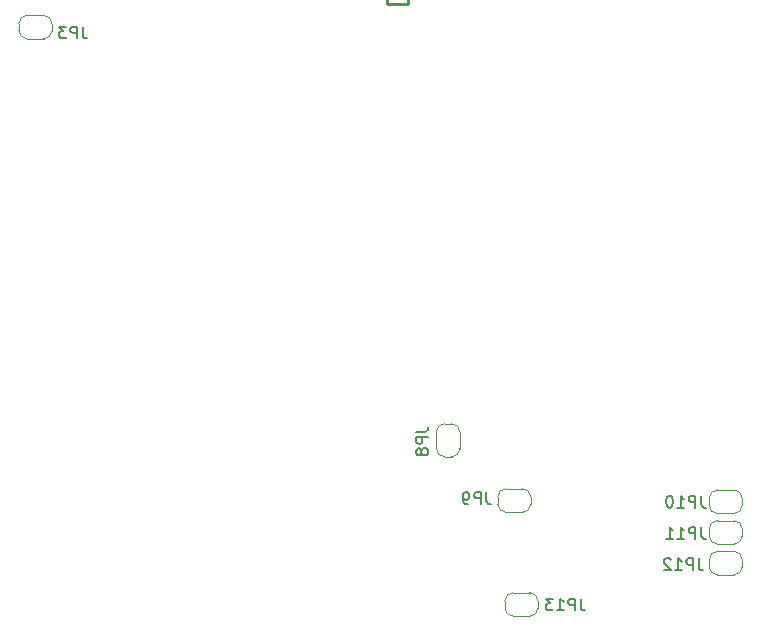
<source format=gbr>
%TF.GenerationSoftware,KiCad,Pcbnew,8.0.2*%
%TF.CreationDate,2024-05-27T22:06:41+01:00*%
%TF.ProjectId,StepUp,53746570-5570-42e6-9b69-6361645f7063,v1.0*%
%TF.SameCoordinates,Original*%
%TF.FileFunction,Legend,Bot*%
%TF.FilePolarity,Positive*%
%FSLAX46Y46*%
G04 Gerber Fmt 4.6, Leading zero omitted, Abs format (unit mm)*
G04 Created by KiCad (PCBNEW 8.0.2) date 2024-05-27 22:06:41*
%MOMM*%
%LPD*%
G01*
G04 APERTURE LIST*
G04 Aperture macros list*
%AMRoundRect*
0 Rectangle with rounded corners*
0 $1 Rounding radius*
0 $2 $3 $4 $5 $6 $7 $8 $9 X,Y pos of 4 corners*
0 Add a 4 corners polygon primitive as box body*
4,1,4,$2,$3,$4,$5,$6,$7,$8,$9,$2,$3,0*
0 Add four circle primitives for the rounded corners*
1,1,$1+$1,$2,$3*
1,1,$1+$1,$4,$5*
1,1,$1+$1,$6,$7*
1,1,$1+$1,$8,$9*
0 Add four rect primitives between the rounded corners*
20,1,$1+$1,$2,$3,$4,$5,0*
20,1,$1+$1,$4,$5,$6,$7,0*
20,1,$1+$1,$6,$7,$8,$9,0*
20,1,$1+$1,$8,$9,$2,$3,0*%
%AMFreePoly0*
4,1,19,0.500000,-0.750000,0.000000,-0.750000,0.000000,-0.744911,-0.071157,-0.744911,-0.207708,-0.704816,-0.327430,-0.627875,-0.420627,-0.520320,-0.479746,-0.390866,-0.500000,-0.250000,-0.500000,0.250000,-0.479746,0.390866,-0.420627,0.520320,-0.327430,0.627875,-0.207708,0.704816,-0.071157,0.744911,0.000000,0.744911,0.000000,0.750000,0.500000,0.750000,0.500000,-0.750000,0.500000,-0.750000,
$1*%
%AMFreePoly1*
4,1,19,0.000000,0.744911,0.071157,0.744911,0.207708,0.704816,0.327430,0.627875,0.420627,0.520320,0.479746,0.390866,0.500000,0.250000,0.500000,-0.250000,0.479746,-0.390866,0.420627,-0.520320,0.327430,-0.627875,0.207708,-0.704816,0.071157,-0.744911,0.000000,-0.744911,0.000000,-0.750000,-0.500000,-0.750000,-0.500000,0.750000,0.000000,0.750000,0.000000,0.744911,0.000000,0.744911,
$1*%
G04 Aperture macros list end*
%ADD10C,0.150000*%
%ADD11C,0.120000*%
%ADD12C,1.650000*%
%ADD13C,1.950000*%
%ADD14C,2.400000*%
%ADD15FreePoly0,180.000000*%
%ADD16FreePoly1,180.000000*%
%ADD17FreePoly0,270.000000*%
%ADD18FreePoly1,270.000000*%
%ADD19C,3.550000*%
%ADD20C,2.390000*%
%ADD21C,2.184000*%
%ADD22O,1.000000X1.800000*%
%ADD23O,1.000000X2.100000*%
%ADD24C,0.650000*%
%ADD25C,3.200000*%
%ADD26R,1.700000X1.700000*%
%ADD27O,1.700000X1.700000*%
%ADD28RoundRect,0.102000X0.900000X0.900000X-0.900000X0.900000X-0.900000X-0.900000X0.900000X-0.900000X0*%
%ADD29C,2.004000*%
%ADD30FreePoly0,0.000000*%
%ADD31FreePoly1,0.000000*%
G04 APERTURE END LIST*
D10*
X163759523Y-128904819D02*
X163759523Y-129619104D01*
X163759523Y-129619104D02*
X163807142Y-129761961D01*
X163807142Y-129761961D02*
X163902380Y-129857200D01*
X163902380Y-129857200D02*
X164045237Y-129904819D01*
X164045237Y-129904819D02*
X164140475Y-129904819D01*
X163283332Y-129904819D02*
X163283332Y-128904819D01*
X163283332Y-128904819D02*
X162902380Y-128904819D01*
X162902380Y-128904819D02*
X162807142Y-128952438D01*
X162807142Y-128952438D02*
X162759523Y-129000057D01*
X162759523Y-129000057D02*
X162711904Y-129095295D01*
X162711904Y-129095295D02*
X162711904Y-129238152D01*
X162711904Y-129238152D02*
X162759523Y-129333390D01*
X162759523Y-129333390D02*
X162807142Y-129381009D01*
X162807142Y-129381009D02*
X162902380Y-129428628D01*
X162902380Y-129428628D02*
X163283332Y-129428628D01*
X161759523Y-129904819D02*
X162330951Y-129904819D01*
X162045237Y-129904819D02*
X162045237Y-128904819D01*
X162045237Y-128904819D02*
X162140475Y-129047676D01*
X162140475Y-129047676D02*
X162235713Y-129142914D01*
X162235713Y-129142914D02*
X162330951Y-129190533D01*
X161426189Y-128904819D02*
X160807142Y-128904819D01*
X160807142Y-128904819D02*
X161140475Y-129285771D01*
X161140475Y-129285771D02*
X160997618Y-129285771D01*
X160997618Y-129285771D02*
X160902380Y-129333390D01*
X160902380Y-129333390D02*
X160854761Y-129381009D01*
X160854761Y-129381009D02*
X160807142Y-129476247D01*
X160807142Y-129476247D02*
X160807142Y-129714342D01*
X160807142Y-129714342D02*
X160854761Y-129809580D01*
X160854761Y-129809580D02*
X160902380Y-129857200D01*
X160902380Y-129857200D02*
X160997618Y-129904819D01*
X160997618Y-129904819D02*
X161283332Y-129904819D01*
X161283332Y-129904819D02*
X161378570Y-129857200D01*
X161378570Y-129857200D02*
X161426189Y-129809580D01*
X155783333Y-119904819D02*
X155783333Y-120619104D01*
X155783333Y-120619104D02*
X155830952Y-120761961D01*
X155830952Y-120761961D02*
X155926190Y-120857200D01*
X155926190Y-120857200D02*
X156069047Y-120904819D01*
X156069047Y-120904819D02*
X156164285Y-120904819D01*
X155307142Y-120904819D02*
X155307142Y-119904819D01*
X155307142Y-119904819D02*
X154926190Y-119904819D01*
X154926190Y-119904819D02*
X154830952Y-119952438D01*
X154830952Y-119952438D02*
X154783333Y-120000057D01*
X154783333Y-120000057D02*
X154735714Y-120095295D01*
X154735714Y-120095295D02*
X154735714Y-120238152D01*
X154735714Y-120238152D02*
X154783333Y-120333390D01*
X154783333Y-120333390D02*
X154830952Y-120381009D01*
X154830952Y-120381009D02*
X154926190Y-120428628D01*
X154926190Y-120428628D02*
X155307142Y-120428628D01*
X154259523Y-120904819D02*
X154069047Y-120904819D01*
X154069047Y-120904819D02*
X153973809Y-120857200D01*
X153973809Y-120857200D02*
X153926190Y-120809580D01*
X153926190Y-120809580D02*
X153830952Y-120666723D01*
X153830952Y-120666723D02*
X153783333Y-120476247D01*
X153783333Y-120476247D02*
X153783333Y-120095295D01*
X153783333Y-120095295D02*
X153830952Y-120000057D01*
X153830952Y-120000057D02*
X153878571Y-119952438D01*
X153878571Y-119952438D02*
X153973809Y-119904819D01*
X153973809Y-119904819D02*
X154164285Y-119904819D01*
X154164285Y-119904819D02*
X154259523Y-119952438D01*
X154259523Y-119952438D02*
X154307142Y-120000057D01*
X154307142Y-120000057D02*
X154354761Y-120095295D01*
X154354761Y-120095295D02*
X154354761Y-120333390D01*
X154354761Y-120333390D02*
X154307142Y-120428628D01*
X154307142Y-120428628D02*
X154259523Y-120476247D01*
X154259523Y-120476247D02*
X154164285Y-120523866D01*
X154164285Y-120523866D02*
X153973809Y-120523866D01*
X153973809Y-120523866D02*
X153878571Y-120476247D01*
X153878571Y-120476247D02*
X153830952Y-120428628D01*
X153830952Y-120428628D02*
X153783333Y-120333390D01*
X149854819Y-114766666D02*
X150569104Y-114766666D01*
X150569104Y-114766666D02*
X150711961Y-114719047D01*
X150711961Y-114719047D02*
X150807200Y-114623809D01*
X150807200Y-114623809D02*
X150854819Y-114480952D01*
X150854819Y-114480952D02*
X150854819Y-114385714D01*
X150854819Y-115242857D02*
X149854819Y-115242857D01*
X149854819Y-115242857D02*
X149854819Y-115623809D01*
X149854819Y-115623809D02*
X149902438Y-115719047D01*
X149902438Y-115719047D02*
X149950057Y-115766666D01*
X149950057Y-115766666D02*
X150045295Y-115814285D01*
X150045295Y-115814285D02*
X150188152Y-115814285D01*
X150188152Y-115814285D02*
X150283390Y-115766666D01*
X150283390Y-115766666D02*
X150331009Y-115719047D01*
X150331009Y-115719047D02*
X150378628Y-115623809D01*
X150378628Y-115623809D02*
X150378628Y-115242857D01*
X150283390Y-116385714D02*
X150235771Y-116290476D01*
X150235771Y-116290476D02*
X150188152Y-116242857D01*
X150188152Y-116242857D02*
X150092914Y-116195238D01*
X150092914Y-116195238D02*
X150045295Y-116195238D01*
X150045295Y-116195238D02*
X149950057Y-116242857D01*
X149950057Y-116242857D02*
X149902438Y-116290476D01*
X149902438Y-116290476D02*
X149854819Y-116385714D01*
X149854819Y-116385714D02*
X149854819Y-116576190D01*
X149854819Y-116576190D02*
X149902438Y-116671428D01*
X149902438Y-116671428D02*
X149950057Y-116719047D01*
X149950057Y-116719047D02*
X150045295Y-116766666D01*
X150045295Y-116766666D02*
X150092914Y-116766666D01*
X150092914Y-116766666D02*
X150188152Y-116719047D01*
X150188152Y-116719047D02*
X150235771Y-116671428D01*
X150235771Y-116671428D02*
X150283390Y-116576190D01*
X150283390Y-116576190D02*
X150283390Y-116385714D01*
X150283390Y-116385714D02*
X150331009Y-116290476D01*
X150331009Y-116290476D02*
X150378628Y-116242857D01*
X150378628Y-116242857D02*
X150473866Y-116195238D01*
X150473866Y-116195238D02*
X150664342Y-116195238D01*
X150664342Y-116195238D02*
X150759580Y-116242857D01*
X150759580Y-116242857D02*
X150807200Y-116290476D01*
X150807200Y-116290476D02*
X150854819Y-116385714D01*
X150854819Y-116385714D02*
X150854819Y-116576190D01*
X150854819Y-116576190D02*
X150807200Y-116671428D01*
X150807200Y-116671428D02*
X150759580Y-116719047D01*
X150759580Y-116719047D02*
X150664342Y-116766666D01*
X150664342Y-116766666D02*
X150473866Y-116766666D01*
X150473866Y-116766666D02*
X150378628Y-116719047D01*
X150378628Y-116719047D02*
X150331009Y-116671428D01*
X150331009Y-116671428D02*
X150283390Y-116576190D01*
X121609333Y-80480819D02*
X121609333Y-81195104D01*
X121609333Y-81195104D02*
X121656952Y-81337961D01*
X121656952Y-81337961D02*
X121752190Y-81433200D01*
X121752190Y-81433200D02*
X121895047Y-81480819D01*
X121895047Y-81480819D02*
X121990285Y-81480819D01*
X121133142Y-81480819D02*
X121133142Y-80480819D01*
X121133142Y-80480819D02*
X120752190Y-80480819D01*
X120752190Y-80480819D02*
X120656952Y-80528438D01*
X120656952Y-80528438D02*
X120609333Y-80576057D01*
X120609333Y-80576057D02*
X120561714Y-80671295D01*
X120561714Y-80671295D02*
X120561714Y-80814152D01*
X120561714Y-80814152D02*
X120609333Y-80909390D01*
X120609333Y-80909390D02*
X120656952Y-80957009D01*
X120656952Y-80957009D02*
X120752190Y-81004628D01*
X120752190Y-81004628D02*
X121133142Y-81004628D01*
X120228380Y-80480819D02*
X119609333Y-80480819D01*
X119609333Y-80480819D02*
X119942666Y-80861771D01*
X119942666Y-80861771D02*
X119799809Y-80861771D01*
X119799809Y-80861771D02*
X119704571Y-80909390D01*
X119704571Y-80909390D02*
X119656952Y-80957009D01*
X119656952Y-80957009D02*
X119609333Y-81052247D01*
X119609333Y-81052247D02*
X119609333Y-81290342D01*
X119609333Y-81290342D02*
X119656952Y-81385580D01*
X119656952Y-81385580D02*
X119704571Y-81433200D01*
X119704571Y-81433200D02*
X119799809Y-81480819D01*
X119799809Y-81480819D02*
X120085523Y-81480819D01*
X120085523Y-81480819D02*
X120180761Y-81433200D01*
X120180761Y-81433200D02*
X120228380Y-81385580D01*
X173759523Y-125504819D02*
X173759523Y-126219104D01*
X173759523Y-126219104D02*
X173807142Y-126361961D01*
X173807142Y-126361961D02*
X173902380Y-126457200D01*
X173902380Y-126457200D02*
X174045237Y-126504819D01*
X174045237Y-126504819D02*
X174140475Y-126504819D01*
X173283332Y-126504819D02*
X173283332Y-125504819D01*
X173283332Y-125504819D02*
X172902380Y-125504819D01*
X172902380Y-125504819D02*
X172807142Y-125552438D01*
X172807142Y-125552438D02*
X172759523Y-125600057D01*
X172759523Y-125600057D02*
X172711904Y-125695295D01*
X172711904Y-125695295D02*
X172711904Y-125838152D01*
X172711904Y-125838152D02*
X172759523Y-125933390D01*
X172759523Y-125933390D02*
X172807142Y-125981009D01*
X172807142Y-125981009D02*
X172902380Y-126028628D01*
X172902380Y-126028628D02*
X173283332Y-126028628D01*
X171759523Y-126504819D02*
X172330951Y-126504819D01*
X172045237Y-126504819D02*
X172045237Y-125504819D01*
X172045237Y-125504819D02*
X172140475Y-125647676D01*
X172140475Y-125647676D02*
X172235713Y-125742914D01*
X172235713Y-125742914D02*
X172330951Y-125790533D01*
X171378570Y-125600057D02*
X171330951Y-125552438D01*
X171330951Y-125552438D02*
X171235713Y-125504819D01*
X171235713Y-125504819D02*
X170997618Y-125504819D01*
X170997618Y-125504819D02*
X170902380Y-125552438D01*
X170902380Y-125552438D02*
X170854761Y-125600057D01*
X170854761Y-125600057D02*
X170807142Y-125695295D01*
X170807142Y-125695295D02*
X170807142Y-125790533D01*
X170807142Y-125790533D02*
X170854761Y-125933390D01*
X170854761Y-125933390D02*
X171426189Y-126504819D01*
X171426189Y-126504819D02*
X170807142Y-126504819D01*
X173959523Y-122854819D02*
X173959523Y-123569104D01*
X173959523Y-123569104D02*
X174007142Y-123711961D01*
X174007142Y-123711961D02*
X174102380Y-123807200D01*
X174102380Y-123807200D02*
X174245237Y-123854819D01*
X174245237Y-123854819D02*
X174340475Y-123854819D01*
X173483332Y-123854819D02*
X173483332Y-122854819D01*
X173483332Y-122854819D02*
X173102380Y-122854819D01*
X173102380Y-122854819D02*
X173007142Y-122902438D01*
X173007142Y-122902438D02*
X172959523Y-122950057D01*
X172959523Y-122950057D02*
X172911904Y-123045295D01*
X172911904Y-123045295D02*
X172911904Y-123188152D01*
X172911904Y-123188152D02*
X172959523Y-123283390D01*
X172959523Y-123283390D02*
X173007142Y-123331009D01*
X173007142Y-123331009D02*
X173102380Y-123378628D01*
X173102380Y-123378628D02*
X173483332Y-123378628D01*
X171959523Y-123854819D02*
X172530951Y-123854819D01*
X172245237Y-123854819D02*
X172245237Y-122854819D01*
X172245237Y-122854819D02*
X172340475Y-122997676D01*
X172340475Y-122997676D02*
X172435713Y-123092914D01*
X172435713Y-123092914D02*
X172530951Y-123140533D01*
X171007142Y-123854819D02*
X171578570Y-123854819D01*
X171292856Y-123854819D02*
X171292856Y-122854819D01*
X171292856Y-122854819D02*
X171388094Y-122997676D01*
X171388094Y-122997676D02*
X171483332Y-123092914D01*
X171483332Y-123092914D02*
X171578570Y-123140533D01*
X173959523Y-120204819D02*
X173959523Y-120919104D01*
X173959523Y-120919104D02*
X174007142Y-121061961D01*
X174007142Y-121061961D02*
X174102380Y-121157200D01*
X174102380Y-121157200D02*
X174245237Y-121204819D01*
X174245237Y-121204819D02*
X174340475Y-121204819D01*
X173483332Y-121204819D02*
X173483332Y-120204819D01*
X173483332Y-120204819D02*
X173102380Y-120204819D01*
X173102380Y-120204819D02*
X173007142Y-120252438D01*
X173007142Y-120252438D02*
X172959523Y-120300057D01*
X172959523Y-120300057D02*
X172911904Y-120395295D01*
X172911904Y-120395295D02*
X172911904Y-120538152D01*
X172911904Y-120538152D02*
X172959523Y-120633390D01*
X172959523Y-120633390D02*
X173007142Y-120681009D01*
X173007142Y-120681009D02*
X173102380Y-120728628D01*
X173102380Y-120728628D02*
X173483332Y-120728628D01*
X171959523Y-121204819D02*
X172530951Y-121204819D01*
X172245237Y-121204819D02*
X172245237Y-120204819D01*
X172245237Y-120204819D02*
X172340475Y-120347676D01*
X172340475Y-120347676D02*
X172435713Y-120442914D01*
X172435713Y-120442914D02*
X172530951Y-120490533D01*
X171340475Y-120204819D02*
X171245237Y-120204819D01*
X171245237Y-120204819D02*
X171149999Y-120252438D01*
X171149999Y-120252438D02*
X171102380Y-120300057D01*
X171102380Y-120300057D02*
X171054761Y-120395295D01*
X171054761Y-120395295D02*
X171007142Y-120585771D01*
X171007142Y-120585771D02*
X171007142Y-120823866D01*
X171007142Y-120823866D02*
X171054761Y-121014342D01*
X171054761Y-121014342D02*
X171102380Y-121109580D01*
X171102380Y-121109580D02*
X171149999Y-121157200D01*
X171149999Y-121157200D02*
X171245237Y-121204819D01*
X171245237Y-121204819D02*
X171340475Y-121204819D01*
X171340475Y-121204819D02*
X171435713Y-121157200D01*
X171435713Y-121157200D02*
X171483332Y-121109580D01*
X171483332Y-121109580D02*
X171530951Y-121014342D01*
X171530951Y-121014342D02*
X171578570Y-120823866D01*
X171578570Y-120823866D02*
X171578570Y-120585771D01*
X171578570Y-120585771D02*
X171530951Y-120395295D01*
X171530951Y-120395295D02*
X171483332Y-120300057D01*
X171483332Y-120300057D02*
X171435713Y-120252438D01*
X171435713Y-120252438D02*
X171340475Y-120204819D01*
D11*
%TO.C,JP13*%
X160150000Y-129100000D02*
X160150000Y-129700000D01*
X158050000Y-128400000D02*
X159450000Y-128400000D01*
X159450000Y-130400000D02*
X158050000Y-130400000D01*
X157350000Y-129700000D02*
X157350000Y-129100000D01*
X159450000Y-128400000D02*
G75*
G02*
X160150000Y-129100000I1J-699999D01*
G01*
X160150000Y-129700000D02*
G75*
G02*
X159450000Y-130400000I-699999J-1D01*
G01*
X157350000Y-129100000D02*
G75*
G02*
X158050000Y-128400000I700000J0D01*
G01*
X158050000Y-130400000D02*
G75*
G02*
X157350000Y-129700000I0J700000D01*
G01*
%TO.C,JP9*%
X157450000Y-121600000D02*
G75*
G02*
X156750000Y-120900000I0J700000D01*
G01*
X156750000Y-120300000D02*
G75*
G02*
X157450000Y-119600000I700000J0D01*
G01*
X159550000Y-120900000D02*
G75*
G02*
X158850000Y-121600000I-699999J-1D01*
G01*
X158850000Y-119600000D02*
G75*
G02*
X159550000Y-120300000I1J-699999D01*
G01*
X156750000Y-120900000D02*
X156750000Y-120300000D01*
X158850000Y-121600000D02*
X157450000Y-121600000D01*
X157450000Y-119600000D02*
X158850000Y-119600000D01*
X159550000Y-120300000D02*
X159550000Y-120900000D01*
%TO.C,JP8*%
X152250000Y-114100000D02*
X152850000Y-114100000D01*
X151550000Y-116200000D02*
X151550000Y-114800000D01*
X153550000Y-114800000D02*
X153550000Y-116200000D01*
X152850000Y-116900000D02*
X152250000Y-116900000D01*
X151550000Y-114800000D02*
G75*
G02*
X152250000Y-114100000I699999J1D01*
G01*
X152850000Y-114100000D02*
G75*
G02*
X153550000Y-114800000I1J-699999D01*
G01*
X152250000Y-116900000D02*
G75*
G02*
X151550000Y-116200000I0J700000D01*
G01*
X153550000Y-116200000D02*
G75*
G02*
X152850000Y-116900000I-700000J0D01*
G01*
%TO.C,JP3*%
X116202000Y-80818000D02*
X116202000Y-80218000D01*
X116902000Y-79518000D02*
X118302000Y-79518000D01*
X118302000Y-81518000D02*
X116902000Y-81518000D01*
X119002000Y-80218000D02*
X119002000Y-80818000D01*
X116202000Y-80218000D02*
G75*
G02*
X116902000Y-79518000I700000J0D01*
G01*
X116902000Y-81518000D02*
G75*
G02*
X116202000Y-80818000I0J700000D01*
G01*
X118302000Y-79518000D02*
G75*
G02*
X119002000Y-80218000I1J-699999D01*
G01*
X119002000Y-80818000D02*
G75*
G02*
X118302000Y-81518000I-699999J-1D01*
G01*
%TO.C,JP12*%
X174650000Y-126200000D02*
X174650000Y-125600000D01*
X175350000Y-124900000D02*
X176750000Y-124900000D01*
X176750000Y-126900000D02*
X175350000Y-126900000D01*
X177450000Y-125600000D02*
X177450000Y-126200000D01*
X174650000Y-125600000D02*
G75*
G02*
X175350000Y-124900000I699999J1D01*
G01*
X175350000Y-126900000D02*
G75*
G02*
X174650000Y-126200000I-1J699999D01*
G01*
X176750000Y-124900000D02*
G75*
G02*
X177450000Y-125600000I0J-700000D01*
G01*
X177450000Y-126200000D02*
G75*
G02*
X176750000Y-126900000I-700000J0D01*
G01*
%TO.C,JP11*%
X174650000Y-123600000D02*
X174650000Y-123000000D01*
X175350000Y-122300000D02*
X176750000Y-122300000D01*
X176750000Y-124300000D02*
X175350000Y-124300000D01*
X177450000Y-123000000D02*
X177450000Y-123600000D01*
X174650000Y-123000000D02*
G75*
G02*
X175350000Y-122300000I699999J1D01*
G01*
X175350000Y-124300000D02*
G75*
G02*
X174650000Y-123600000I-1J699999D01*
G01*
X176750000Y-122300000D02*
G75*
G02*
X177450000Y-123000000I0J-700000D01*
G01*
X177450000Y-123600000D02*
G75*
G02*
X176750000Y-124300000I-700000J0D01*
G01*
%TO.C,JP10*%
X174650000Y-121000000D02*
X174650000Y-120400000D01*
X175350000Y-119700000D02*
X176750000Y-119700000D01*
X176750000Y-121700000D02*
X175350000Y-121700000D01*
X177450000Y-120400000D02*
X177450000Y-121000000D01*
X174650000Y-120400000D02*
G75*
G02*
X175350000Y-119700000I699999J1D01*
G01*
X175350000Y-121700000D02*
G75*
G02*
X174650000Y-121000000I-1J699999D01*
G01*
X176750000Y-119700000D02*
G75*
G02*
X177450000Y-120400000I0J-700000D01*
G01*
X177450000Y-121000000D02*
G75*
G02*
X176750000Y-121700000I-700000J0D01*
G01*
%TD*%
%LPC*%
D12*
%TO.C,JOY1*%
X155062500Y-112275000D03*
X152562500Y-112275000D03*
X150062500Y-112275000D03*
X161292500Y-123505000D03*
X161292500Y-121005000D03*
X161292500Y-118505000D03*
D13*
X149312500Y-126755000D03*
X155812500Y-126755000D03*
X149312500Y-131255000D03*
X155812500Y-131255000D03*
D14*
X158887500Y-116005000D03*
X146237500Y-116005000D03*
X146237500Y-126005000D03*
X158887500Y-126005000D03*
%TD*%
D15*
%TO.C,JP13*%
X159400000Y-129400000D03*
D16*
X158100000Y-129400000D03*
%TD*%
%TO.C,JP9*%
X157500000Y-120600000D03*
D15*
X158800000Y-120600000D03*
%TD*%
D17*
%TO.C,JP8*%
X152550000Y-114850000D03*
D18*
X152550000Y-116150000D03*
%TD*%
D19*
%TO.C,BT1*%
X112648000Y-132192000D03*
X96648000Y-76992000D03*
D20*
X112648000Y-68792000D03*
D21*
X104648000Y-141012000D03*
X104648000Y-68792000D03*
%TD*%
D22*
%TO.C,J1*%
X172214000Y-142045000D03*
D23*
X172214000Y-137865000D03*
D22*
X163574000Y-142045000D03*
D23*
X163574000Y-137865000D03*
D24*
X170784000Y-138365000D03*
X165004000Y-138365000D03*
%TD*%
D25*
%TO.C,H1*%
X90000000Y-70000000D03*
%TD*%
D26*
%TO.C,J4*%
X182880000Y-97706000D03*
D27*
X180340000Y-97706000D03*
X182880000Y-95166000D03*
X180340000Y-95166000D03*
X182880000Y-92626000D03*
X180340000Y-92626000D03*
X182880000Y-90086000D03*
X180340000Y-90086000D03*
X182880000Y-87546000D03*
X180340000Y-87546000D03*
X182880000Y-85006000D03*
X180340000Y-85006000D03*
%TD*%
D25*
%TO.C,H2*%
X90000000Y-140000000D03*
%TD*%
D28*
%TO.C,J5*%
X148277400Y-77689501D03*
X148277400Y-70689501D03*
D29*
X144777400Y-77689501D03*
X144777400Y-70689501D03*
X141277400Y-77689501D03*
X141277400Y-70689501D03*
X137777400Y-77689501D03*
X137777400Y-70689501D03*
%TD*%
D26*
%TO.C,J8*%
X117852000Y-129337000D03*
D27*
X117852000Y-131877000D03*
%TD*%
D26*
%TO.C,J9*%
X130561000Y-96774000D03*
D27*
X128021000Y-96774000D03*
%TD*%
D25*
%TO.C,H4*%
X180000000Y-140000000D03*
%TD*%
D26*
%TO.C,J6*%
X125800000Y-120175000D03*
D27*
X125800000Y-117635000D03*
%TD*%
D26*
%TO.C,J10*%
X160875000Y-69675000D03*
D27*
X160875000Y-67135000D03*
X163415000Y-69675000D03*
X163415000Y-67135000D03*
X165955000Y-69675000D03*
X165955000Y-67135000D03*
%TD*%
D26*
%TO.C,J2*%
X171704000Y-131567000D03*
D27*
X171704000Y-134107000D03*
%TD*%
D26*
%TO.C,J11*%
X117856000Y-73157000D03*
D27*
X117856000Y-70617000D03*
%TD*%
D25*
%TO.C,H3*%
X180000000Y-70000000D03*
%TD*%
D26*
%TO.C,J12*%
X180330000Y-120800000D03*
D27*
X182870000Y-120800000D03*
X180330000Y-123340000D03*
X182870000Y-123340000D03*
X180330000Y-125880000D03*
X182870000Y-125880000D03*
%TD*%
D26*
%TO.C,J7*%
X117851000Y-76962000D03*
D27*
X120391000Y-76962000D03*
%TD*%
D15*
%TO.C,JP3*%
X118252000Y-80518000D03*
D16*
X116952000Y-80518000D03*
%TD*%
D30*
%TO.C,JP12*%
X175400000Y-125900000D03*
D31*
X176700000Y-125900000D03*
%TD*%
D30*
%TO.C,JP11*%
X175400000Y-123300000D03*
D31*
X176700000Y-123300000D03*
%TD*%
D30*
%TO.C,JP10*%
X175400000Y-120700000D03*
D31*
X176700000Y-120700000D03*
%TD*%
D26*
%TO.C,J3*%
X182875000Y-106525000D03*
D27*
X180335000Y-106525000D03*
X182875000Y-103985000D03*
X180335000Y-103985000D03*
X182875000Y-101445000D03*
X180335000Y-101445000D03*
%TD*%
%LPD*%
M02*

</source>
